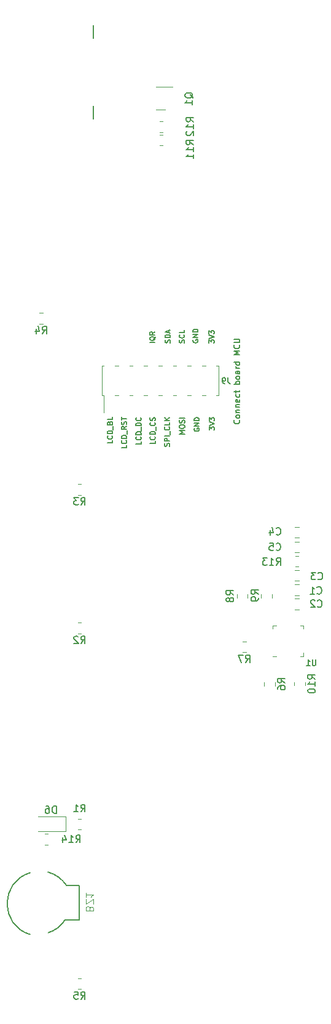
<source format=gbo>
%TF.GenerationSoftware,KiCad,Pcbnew,7.0.2*%
%TF.CreationDate,2023-05-22T14:24:39+07:00*%
%TF.ProjectId,ph_portable_refrigerator_display_hw_v2,70685f70-6f72-4746-9162-6c655f726566,rev?*%
%TF.SameCoordinates,Original*%
%TF.FileFunction,Legend,Bot*%
%TF.FilePolarity,Positive*%
%FSLAX46Y46*%
G04 Gerber Fmt 4.6, Leading zero omitted, Abs format (unit mm)*
G04 Created by KiCad (PCBNEW 7.0.2) date 2023-05-22 14:24:39*
%MOMM*%
%LPD*%
G01*
G04 APERTURE LIST*
%ADD10C,0.150000*%
%ADD11C,0.100000*%
%ADD12C,0.120000*%
G04 APERTURE END LIST*
D10*
X67900904Y-92952380D02*
X67939000Y-92990476D01*
X67939000Y-92990476D02*
X67977095Y-93104761D01*
X67977095Y-93104761D02*
X67977095Y-93180952D01*
X67977095Y-93180952D02*
X67939000Y-93295238D01*
X67939000Y-93295238D02*
X67862809Y-93371428D01*
X67862809Y-93371428D02*
X67786619Y-93409523D01*
X67786619Y-93409523D02*
X67634238Y-93447619D01*
X67634238Y-93447619D02*
X67519952Y-93447619D01*
X67519952Y-93447619D02*
X67367571Y-93409523D01*
X67367571Y-93409523D02*
X67291380Y-93371428D01*
X67291380Y-93371428D02*
X67215190Y-93295238D01*
X67215190Y-93295238D02*
X67177095Y-93180952D01*
X67177095Y-93180952D02*
X67177095Y-93104761D01*
X67177095Y-93104761D02*
X67215190Y-92990476D01*
X67215190Y-92990476D02*
X67253285Y-92952380D01*
X67977095Y-92495238D02*
X67939000Y-92571428D01*
X67939000Y-92571428D02*
X67900904Y-92609523D01*
X67900904Y-92609523D02*
X67824714Y-92647619D01*
X67824714Y-92647619D02*
X67596142Y-92647619D01*
X67596142Y-92647619D02*
X67519952Y-92609523D01*
X67519952Y-92609523D02*
X67481857Y-92571428D01*
X67481857Y-92571428D02*
X67443761Y-92495238D01*
X67443761Y-92495238D02*
X67443761Y-92380952D01*
X67443761Y-92380952D02*
X67481857Y-92304761D01*
X67481857Y-92304761D02*
X67519952Y-92266666D01*
X67519952Y-92266666D02*
X67596142Y-92228571D01*
X67596142Y-92228571D02*
X67824714Y-92228571D01*
X67824714Y-92228571D02*
X67900904Y-92266666D01*
X67900904Y-92266666D02*
X67939000Y-92304761D01*
X67939000Y-92304761D02*
X67977095Y-92380952D01*
X67977095Y-92380952D02*
X67977095Y-92495238D01*
X67443761Y-91885713D02*
X67977095Y-91885713D01*
X67519952Y-91885713D02*
X67481857Y-91847618D01*
X67481857Y-91847618D02*
X67443761Y-91771428D01*
X67443761Y-91771428D02*
X67443761Y-91657142D01*
X67443761Y-91657142D02*
X67481857Y-91580951D01*
X67481857Y-91580951D02*
X67558047Y-91542856D01*
X67558047Y-91542856D02*
X67977095Y-91542856D01*
X67443761Y-91161903D02*
X67977095Y-91161903D01*
X67519952Y-91161903D02*
X67481857Y-91123808D01*
X67481857Y-91123808D02*
X67443761Y-91047618D01*
X67443761Y-91047618D02*
X67443761Y-90933332D01*
X67443761Y-90933332D02*
X67481857Y-90857141D01*
X67481857Y-90857141D02*
X67558047Y-90819046D01*
X67558047Y-90819046D02*
X67977095Y-90819046D01*
X67939000Y-90133331D02*
X67977095Y-90209522D01*
X67977095Y-90209522D02*
X67977095Y-90361903D01*
X67977095Y-90361903D02*
X67939000Y-90438093D01*
X67939000Y-90438093D02*
X67862809Y-90476189D01*
X67862809Y-90476189D02*
X67558047Y-90476189D01*
X67558047Y-90476189D02*
X67481857Y-90438093D01*
X67481857Y-90438093D02*
X67443761Y-90361903D01*
X67443761Y-90361903D02*
X67443761Y-90209522D01*
X67443761Y-90209522D02*
X67481857Y-90133331D01*
X67481857Y-90133331D02*
X67558047Y-90095236D01*
X67558047Y-90095236D02*
X67634238Y-90095236D01*
X67634238Y-90095236D02*
X67710428Y-90476189D01*
X67939000Y-89409522D02*
X67977095Y-89485713D01*
X67977095Y-89485713D02*
X67977095Y-89638094D01*
X67977095Y-89638094D02*
X67939000Y-89714284D01*
X67939000Y-89714284D02*
X67900904Y-89752379D01*
X67900904Y-89752379D02*
X67824714Y-89790475D01*
X67824714Y-89790475D02*
X67596142Y-89790475D01*
X67596142Y-89790475D02*
X67519952Y-89752379D01*
X67519952Y-89752379D02*
X67481857Y-89714284D01*
X67481857Y-89714284D02*
X67443761Y-89638094D01*
X67443761Y-89638094D02*
X67443761Y-89485713D01*
X67443761Y-89485713D02*
X67481857Y-89409522D01*
X67443761Y-89180951D02*
X67443761Y-88876189D01*
X67177095Y-89066665D02*
X67862809Y-89066665D01*
X67862809Y-89066665D02*
X67939000Y-89028570D01*
X67939000Y-89028570D02*
X67977095Y-88952380D01*
X67977095Y-88952380D02*
X67977095Y-88876189D01*
X67977095Y-87999998D02*
X67177095Y-87999998D01*
X67481857Y-87999998D02*
X67443761Y-87923808D01*
X67443761Y-87923808D02*
X67443761Y-87771427D01*
X67443761Y-87771427D02*
X67481857Y-87695236D01*
X67481857Y-87695236D02*
X67519952Y-87657141D01*
X67519952Y-87657141D02*
X67596142Y-87619046D01*
X67596142Y-87619046D02*
X67824714Y-87619046D01*
X67824714Y-87619046D02*
X67900904Y-87657141D01*
X67900904Y-87657141D02*
X67939000Y-87695236D01*
X67939000Y-87695236D02*
X67977095Y-87771427D01*
X67977095Y-87771427D02*
X67977095Y-87923808D01*
X67977095Y-87923808D02*
X67939000Y-87999998D01*
X67977095Y-87161903D02*
X67939000Y-87238093D01*
X67939000Y-87238093D02*
X67900904Y-87276188D01*
X67900904Y-87276188D02*
X67824714Y-87314284D01*
X67824714Y-87314284D02*
X67596142Y-87314284D01*
X67596142Y-87314284D02*
X67519952Y-87276188D01*
X67519952Y-87276188D02*
X67481857Y-87238093D01*
X67481857Y-87238093D02*
X67443761Y-87161903D01*
X67443761Y-87161903D02*
X67443761Y-87047617D01*
X67443761Y-87047617D02*
X67481857Y-86971426D01*
X67481857Y-86971426D02*
X67519952Y-86933331D01*
X67519952Y-86933331D02*
X67596142Y-86895236D01*
X67596142Y-86895236D02*
X67824714Y-86895236D01*
X67824714Y-86895236D02*
X67900904Y-86933331D01*
X67900904Y-86933331D02*
X67939000Y-86971426D01*
X67939000Y-86971426D02*
X67977095Y-87047617D01*
X67977095Y-87047617D02*
X67977095Y-87161903D01*
X67977095Y-86209521D02*
X67558047Y-86209521D01*
X67558047Y-86209521D02*
X67481857Y-86247616D01*
X67481857Y-86247616D02*
X67443761Y-86323807D01*
X67443761Y-86323807D02*
X67443761Y-86476188D01*
X67443761Y-86476188D02*
X67481857Y-86552378D01*
X67939000Y-86209521D02*
X67977095Y-86285712D01*
X67977095Y-86285712D02*
X67977095Y-86476188D01*
X67977095Y-86476188D02*
X67939000Y-86552378D01*
X67939000Y-86552378D02*
X67862809Y-86590474D01*
X67862809Y-86590474D02*
X67786619Y-86590474D01*
X67786619Y-86590474D02*
X67710428Y-86552378D01*
X67710428Y-86552378D02*
X67672333Y-86476188D01*
X67672333Y-86476188D02*
X67672333Y-86285712D01*
X67672333Y-86285712D02*
X67634238Y-86209521D01*
X67977095Y-85828568D02*
X67443761Y-85828568D01*
X67596142Y-85828568D02*
X67519952Y-85790473D01*
X67519952Y-85790473D02*
X67481857Y-85752378D01*
X67481857Y-85752378D02*
X67443761Y-85676187D01*
X67443761Y-85676187D02*
X67443761Y-85599997D01*
X67977095Y-84990473D02*
X67177095Y-84990473D01*
X67939000Y-84990473D02*
X67977095Y-85066664D01*
X67977095Y-85066664D02*
X67977095Y-85219045D01*
X67977095Y-85219045D02*
X67939000Y-85295235D01*
X67939000Y-85295235D02*
X67900904Y-85333330D01*
X67900904Y-85333330D02*
X67824714Y-85371426D01*
X67824714Y-85371426D02*
X67596142Y-85371426D01*
X67596142Y-85371426D02*
X67519952Y-85333330D01*
X67519952Y-85333330D02*
X67481857Y-85295235D01*
X67481857Y-85295235D02*
X67443761Y-85219045D01*
X67443761Y-85219045D02*
X67443761Y-85066664D01*
X67443761Y-85066664D02*
X67481857Y-84990473D01*
X67977095Y-83999996D02*
X67177095Y-83999996D01*
X67177095Y-83999996D02*
X67748523Y-83733330D01*
X67748523Y-83733330D02*
X67177095Y-83466663D01*
X67177095Y-83466663D02*
X67977095Y-83466663D01*
X67900904Y-82628567D02*
X67939000Y-82666663D01*
X67939000Y-82666663D02*
X67977095Y-82780948D01*
X67977095Y-82780948D02*
X67977095Y-82857139D01*
X67977095Y-82857139D02*
X67939000Y-82971425D01*
X67939000Y-82971425D02*
X67862809Y-83047615D01*
X67862809Y-83047615D02*
X67786619Y-83085710D01*
X67786619Y-83085710D02*
X67634238Y-83123806D01*
X67634238Y-83123806D02*
X67519952Y-83123806D01*
X67519952Y-83123806D02*
X67367571Y-83085710D01*
X67367571Y-83085710D02*
X67291380Y-83047615D01*
X67291380Y-83047615D02*
X67215190Y-82971425D01*
X67215190Y-82971425D02*
X67177095Y-82857139D01*
X67177095Y-82857139D02*
X67177095Y-82780948D01*
X67177095Y-82780948D02*
X67215190Y-82666663D01*
X67215190Y-82666663D02*
X67253285Y-82628567D01*
X67177095Y-82285710D02*
X67824714Y-82285710D01*
X67824714Y-82285710D02*
X67900904Y-82247615D01*
X67900904Y-82247615D02*
X67939000Y-82209520D01*
X67939000Y-82209520D02*
X67977095Y-82133329D01*
X67977095Y-82133329D02*
X67977095Y-81980948D01*
X67977095Y-81980948D02*
X67939000Y-81904758D01*
X67939000Y-81904758D02*
X67900904Y-81866663D01*
X67900904Y-81866663D02*
X67824714Y-81828567D01*
X67824714Y-81828567D02*
X67177095Y-81828567D01*
X61547666Y-81916666D02*
X61514333Y-81983333D01*
X61514333Y-81983333D02*
X61514333Y-82083333D01*
X61514333Y-82083333D02*
X61547666Y-82183333D01*
X61547666Y-82183333D02*
X61614333Y-82250000D01*
X61614333Y-82250000D02*
X61681000Y-82283333D01*
X61681000Y-82283333D02*
X61814333Y-82316666D01*
X61814333Y-82316666D02*
X61914333Y-82316666D01*
X61914333Y-82316666D02*
X62047666Y-82283333D01*
X62047666Y-82283333D02*
X62114333Y-82250000D01*
X62114333Y-82250000D02*
X62181000Y-82183333D01*
X62181000Y-82183333D02*
X62214333Y-82083333D01*
X62214333Y-82083333D02*
X62214333Y-82016666D01*
X62214333Y-82016666D02*
X62181000Y-81916666D01*
X62181000Y-81916666D02*
X62147666Y-81883333D01*
X62147666Y-81883333D02*
X61914333Y-81883333D01*
X61914333Y-81883333D02*
X61914333Y-82016666D01*
X62214333Y-81583333D02*
X61514333Y-81583333D01*
X61514333Y-81583333D02*
X62214333Y-81183333D01*
X62214333Y-81183333D02*
X61514333Y-81183333D01*
X62214333Y-80850000D02*
X61514333Y-80850000D01*
X61514333Y-80850000D02*
X61514333Y-80683333D01*
X61514333Y-80683333D02*
X61547666Y-80583333D01*
X61547666Y-80583333D02*
X61614333Y-80516667D01*
X61614333Y-80516667D02*
X61681000Y-80483333D01*
X61681000Y-80483333D02*
X61814333Y-80450000D01*
X61814333Y-80450000D02*
X61914333Y-80450000D01*
X61914333Y-80450000D02*
X62047666Y-80483333D01*
X62047666Y-80483333D02*
X62114333Y-80516667D01*
X62114333Y-80516667D02*
X62181000Y-80583333D01*
X62181000Y-80583333D02*
X62214333Y-80683333D01*
X62214333Y-80683333D02*
X62214333Y-80850000D01*
X56264333Y-82283333D02*
X55564333Y-82283333D01*
X56331000Y-81483333D02*
X56297666Y-81550000D01*
X56297666Y-81550000D02*
X56231000Y-81616667D01*
X56231000Y-81616667D02*
X56131000Y-81716667D01*
X56131000Y-81716667D02*
X56097666Y-81783333D01*
X56097666Y-81783333D02*
X56097666Y-81850000D01*
X56264333Y-81816667D02*
X56231000Y-81883333D01*
X56231000Y-81883333D02*
X56164333Y-81950000D01*
X56164333Y-81950000D02*
X56031000Y-81983333D01*
X56031000Y-81983333D02*
X55797666Y-81983333D01*
X55797666Y-81983333D02*
X55664333Y-81950000D01*
X55664333Y-81950000D02*
X55597666Y-81883333D01*
X55597666Y-81883333D02*
X55564333Y-81816667D01*
X55564333Y-81816667D02*
X55564333Y-81683333D01*
X55564333Y-81683333D02*
X55597666Y-81616667D01*
X55597666Y-81616667D02*
X55664333Y-81550000D01*
X55664333Y-81550000D02*
X55797666Y-81516667D01*
X55797666Y-81516667D02*
X56031000Y-81516667D01*
X56031000Y-81516667D02*
X56164333Y-81550000D01*
X56164333Y-81550000D02*
X56231000Y-81616667D01*
X56231000Y-81616667D02*
X56264333Y-81683333D01*
X56264333Y-81683333D02*
X56264333Y-81816667D01*
X56264333Y-80816667D02*
X55931000Y-81050000D01*
X56264333Y-81216667D02*
X55564333Y-81216667D01*
X55564333Y-81216667D02*
X55564333Y-80950000D01*
X55564333Y-80950000D02*
X55597666Y-80883334D01*
X55597666Y-80883334D02*
X55631000Y-80850000D01*
X55631000Y-80850000D02*
X55697666Y-80816667D01*
X55697666Y-80816667D02*
X55797666Y-80816667D01*
X55797666Y-80816667D02*
X55864333Y-80850000D01*
X55864333Y-80850000D02*
X55897666Y-80883334D01*
X55897666Y-80883334D02*
X55931000Y-80950000D01*
X55931000Y-80950000D02*
X55931000Y-81216667D01*
X58356000Y-82316666D02*
X58389333Y-82216666D01*
X58389333Y-82216666D02*
X58389333Y-82050000D01*
X58389333Y-82050000D02*
X58356000Y-81983333D01*
X58356000Y-81983333D02*
X58322666Y-81950000D01*
X58322666Y-81950000D02*
X58256000Y-81916666D01*
X58256000Y-81916666D02*
X58189333Y-81916666D01*
X58189333Y-81916666D02*
X58122666Y-81950000D01*
X58122666Y-81950000D02*
X58089333Y-81983333D01*
X58089333Y-81983333D02*
X58056000Y-82050000D01*
X58056000Y-82050000D02*
X58022666Y-82183333D01*
X58022666Y-82183333D02*
X57989333Y-82250000D01*
X57989333Y-82250000D02*
X57956000Y-82283333D01*
X57956000Y-82283333D02*
X57889333Y-82316666D01*
X57889333Y-82316666D02*
X57822666Y-82316666D01*
X57822666Y-82316666D02*
X57756000Y-82283333D01*
X57756000Y-82283333D02*
X57722666Y-82250000D01*
X57722666Y-82250000D02*
X57689333Y-82183333D01*
X57689333Y-82183333D02*
X57689333Y-82016666D01*
X57689333Y-82016666D02*
X57722666Y-81916666D01*
X58389333Y-81616666D02*
X57689333Y-81616666D01*
X57689333Y-81616666D02*
X57689333Y-81449999D01*
X57689333Y-81449999D02*
X57722666Y-81349999D01*
X57722666Y-81349999D02*
X57789333Y-81283333D01*
X57789333Y-81283333D02*
X57856000Y-81249999D01*
X57856000Y-81249999D02*
X57989333Y-81216666D01*
X57989333Y-81216666D02*
X58089333Y-81216666D01*
X58089333Y-81216666D02*
X58222666Y-81249999D01*
X58222666Y-81249999D02*
X58289333Y-81283333D01*
X58289333Y-81283333D02*
X58356000Y-81349999D01*
X58356000Y-81349999D02*
X58389333Y-81449999D01*
X58389333Y-81449999D02*
X58389333Y-81616666D01*
X58189333Y-80949999D02*
X58189333Y-80616666D01*
X58389333Y-81016666D02*
X57689333Y-80783333D01*
X57689333Y-80783333D02*
X58389333Y-80549999D01*
X63739333Y-82350000D02*
X63739333Y-81916666D01*
X63739333Y-81916666D02*
X64006000Y-82150000D01*
X64006000Y-82150000D02*
X64006000Y-82050000D01*
X64006000Y-82050000D02*
X64039333Y-81983333D01*
X64039333Y-81983333D02*
X64072666Y-81950000D01*
X64072666Y-81950000D02*
X64139333Y-81916666D01*
X64139333Y-81916666D02*
X64306000Y-81916666D01*
X64306000Y-81916666D02*
X64372666Y-81950000D01*
X64372666Y-81950000D02*
X64406000Y-81983333D01*
X64406000Y-81983333D02*
X64439333Y-82050000D01*
X64439333Y-82050000D02*
X64439333Y-82250000D01*
X64439333Y-82250000D02*
X64406000Y-82316666D01*
X64406000Y-82316666D02*
X64372666Y-82350000D01*
X63739333Y-81716666D02*
X64439333Y-81483333D01*
X64439333Y-81483333D02*
X63739333Y-81249999D01*
X63739333Y-81083333D02*
X63739333Y-80649999D01*
X63739333Y-80649999D02*
X64006000Y-80883333D01*
X64006000Y-80883333D02*
X64006000Y-80783333D01*
X64006000Y-80783333D02*
X64039333Y-80716666D01*
X64039333Y-80716666D02*
X64072666Y-80683333D01*
X64072666Y-80683333D02*
X64139333Y-80649999D01*
X64139333Y-80649999D02*
X64306000Y-80649999D01*
X64306000Y-80649999D02*
X64372666Y-80683333D01*
X64372666Y-80683333D02*
X64406000Y-80716666D01*
X64406000Y-80716666D02*
X64439333Y-80783333D01*
X64439333Y-80783333D02*
X64439333Y-80983333D01*
X64439333Y-80983333D02*
X64406000Y-81049999D01*
X64406000Y-81049999D02*
X64372666Y-81083333D01*
X60306000Y-82316666D02*
X60339333Y-82216666D01*
X60339333Y-82216666D02*
X60339333Y-82050000D01*
X60339333Y-82050000D02*
X60306000Y-81983333D01*
X60306000Y-81983333D02*
X60272666Y-81950000D01*
X60272666Y-81950000D02*
X60206000Y-81916666D01*
X60206000Y-81916666D02*
X60139333Y-81916666D01*
X60139333Y-81916666D02*
X60072666Y-81950000D01*
X60072666Y-81950000D02*
X60039333Y-81983333D01*
X60039333Y-81983333D02*
X60006000Y-82050000D01*
X60006000Y-82050000D02*
X59972666Y-82183333D01*
X59972666Y-82183333D02*
X59939333Y-82250000D01*
X59939333Y-82250000D02*
X59906000Y-82283333D01*
X59906000Y-82283333D02*
X59839333Y-82316666D01*
X59839333Y-82316666D02*
X59772666Y-82316666D01*
X59772666Y-82316666D02*
X59706000Y-82283333D01*
X59706000Y-82283333D02*
X59672666Y-82250000D01*
X59672666Y-82250000D02*
X59639333Y-82183333D01*
X59639333Y-82183333D02*
X59639333Y-82016666D01*
X59639333Y-82016666D02*
X59672666Y-81916666D01*
X60272666Y-81216666D02*
X60306000Y-81249999D01*
X60306000Y-81249999D02*
X60339333Y-81349999D01*
X60339333Y-81349999D02*
X60339333Y-81416666D01*
X60339333Y-81416666D02*
X60306000Y-81516666D01*
X60306000Y-81516666D02*
X60239333Y-81583333D01*
X60239333Y-81583333D02*
X60172666Y-81616666D01*
X60172666Y-81616666D02*
X60039333Y-81649999D01*
X60039333Y-81649999D02*
X59939333Y-81649999D01*
X59939333Y-81649999D02*
X59806000Y-81616666D01*
X59806000Y-81616666D02*
X59739333Y-81583333D01*
X59739333Y-81583333D02*
X59672666Y-81516666D01*
X59672666Y-81516666D02*
X59639333Y-81416666D01*
X59639333Y-81416666D02*
X59639333Y-81349999D01*
X59639333Y-81349999D02*
X59672666Y-81249999D01*
X59672666Y-81249999D02*
X59706000Y-81216666D01*
X60339333Y-80583333D02*
X60339333Y-80916666D01*
X60339333Y-80916666D02*
X59639333Y-80916666D01*
X54364333Y-95883333D02*
X54364333Y-96216666D01*
X54364333Y-96216666D02*
X53664333Y-96216666D01*
X54297666Y-95249999D02*
X54331000Y-95283332D01*
X54331000Y-95283332D02*
X54364333Y-95383332D01*
X54364333Y-95383332D02*
X54364333Y-95449999D01*
X54364333Y-95449999D02*
X54331000Y-95549999D01*
X54331000Y-95549999D02*
X54264333Y-95616666D01*
X54264333Y-95616666D02*
X54197666Y-95649999D01*
X54197666Y-95649999D02*
X54064333Y-95683332D01*
X54064333Y-95683332D02*
X53964333Y-95683332D01*
X53964333Y-95683332D02*
X53831000Y-95649999D01*
X53831000Y-95649999D02*
X53764333Y-95616666D01*
X53764333Y-95616666D02*
X53697666Y-95549999D01*
X53697666Y-95549999D02*
X53664333Y-95449999D01*
X53664333Y-95449999D02*
X53664333Y-95383332D01*
X53664333Y-95383332D02*
X53697666Y-95283332D01*
X53697666Y-95283332D02*
X53731000Y-95249999D01*
X54364333Y-94949999D02*
X53664333Y-94949999D01*
X53664333Y-94949999D02*
X53664333Y-94783332D01*
X53664333Y-94783332D02*
X53697666Y-94683332D01*
X53697666Y-94683332D02*
X53764333Y-94616666D01*
X53764333Y-94616666D02*
X53831000Y-94583332D01*
X53831000Y-94583332D02*
X53964333Y-94549999D01*
X53964333Y-94549999D02*
X54064333Y-94549999D01*
X54064333Y-94549999D02*
X54197666Y-94583332D01*
X54197666Y-94583332D02*
X54264333Y-94616666D01*
X54264333Y-94616666D02*
X54331000Y-94683332D01*
X54331000Y-94683332D02*
X54364333Y-94783332D01*
X54364333Y-94783332D02*
X54364333Y-94949999D01*
X54431000Y-94416666D02*
X54431000Y-93883332D01*
X54364333Y-93716666D02*
X53664333Y-93716666D01*
X53664333Y-93716666D02*
X53664333Y-93549999D01*
X53664333Y-93549999D02*
X53697666Y-93449999D01*
X53697666Y-93449999D02*
X53764333Y-93383333D01*
X53764333Y-93383333D02*
X53831000Y-93349999D01*
X53831000Y-93349999D02*
X53964333Y-93316666D01*
X53964333Y-93316666D02*
X54064333Y-93316666D01*
X54064333Y-93316666D02*
X54197666Y-93349999D01*
X54197666Y-93349999D02*
X54264333Y-93383333D01*
X54264333Y-93383333D02*
X54331000Y-93449999D01*
X54331000Y-93449999D02*
X54364333Y-93549999D01*
X54364333Y-93549999D02*
X54364333Y-93716666D01*
X54297666Y-92616666D02*
X54331000Y-92649999D01*
X54331000Y-92649999D02*
X54364333Y-92749999D01*
X54364333Y-92749999D02*
X54364333Y-92816666D01*
X54364333Y-92816666D02*
X54331000Y-92916666D01*
X54331000Y-92916666D02*
X54264333Y-92983333D01*
X54264333Y-92983333D02*
X54197666Y-93016666D01*
X54197666Y-93016666D02*
X54064333Y-93049999D01*
X54064333Y-93049999D02*
X53964333Y-93049999D01*
X53964333Y-93049999D02*
X53831000Y-93016666D01*
X53831000Y-93016666D02*
X53764333Y-92983333D01*
X53764333Y-92983333D02*
X53697666Y-92916666D01*
X53697666Y-92916666D02*
X53664333Y-92816666D01*
X53664333Y-92816666D02*
X53664333Y-92749999D01*
X53664333Y-92749999D02*
X53697666Y-92649999D01*
X53697666Y-92649999D02*
X53731000Y-92616666D01*
X56314333Y-95850000D02*
X56314333Y-96183333D01*
X56314333Y-96183333D02*
X55614333Y-96183333D01*
X56247666Y-95216666D02*
X56281000Y-95249999D01*
X56281000Y-95249999D02*
X56314333Y-95349999D01*
X56314333Y-95349999D02*
X56314333Y-95416666D01*
X56314333Y-95416666D02*
X56281000Y-95516666D01*
X56281000Y-95516666D02*
X56214333Y-95583333D01*
X56214333Y-95583333D02*
X56147666Y-95616666D01*
X56147666Y-95616666D02*
X56014333Y-95649999D01*
X56014333Y-95649999D02*
X55914333Y-95649999D01*
X55914333Y-95649999D02*
X55781000Y-95616666D01*
X55781000Y-95616666D02*
X55714333Y-95583333D01*
X55714333Y-95583333D02*
X55647666Y-95516666D01*
X55647666Y-95516666D02*
X55614333Y-95416666D01*
X55614333Y-95416666D02*
X55614333Y-95349999D01*
X55614333Y-95349999D02*
X55647666Y-95249999D01*
X55647666Y-95249999D02*
X55681000Y-95216666D01*
X56314333Y-94916666D02*
X55614333Y-94916666D01*
X55614333Y-94916666D02*
X55614333Y-94749999D01*
X55614333Y-94749999D02*
X55647666Y-94649999D01*
X55647666Y-94649999D02*
X55714333Y-94583333D01*
X55714333Y-94583333D02*
X55781000Y-94549999D01*
X55781000Y-94549999D02*
X55914333Y-94516666D01*
X55914333Y-94516666D02*
X56014333Y-94516666D01*
X56014333Y-94516666D02*
X56147666Y-94549999D01*
X56147666Y-94549999D02*
X56214333Y-94583333D01*
X56214333Y-94583333D02*
X56281000Y-94649999D01*
X56281000Y-94649999D02*
X56314333Y-94749999D01*
X56314333Y-94749999D02*
X56314333Y-94916666D01*
X56381000Y-94383333D02*
X56381000Y-93849999D01*
X56247666Y-93283333D02*
X56281000Y-93316666D01*
X56281000Y-93316666D02*
X56314333Y-93416666D01*
X56314333Y-93416666D02*
X56314333Y-93483333D01*
X56314333Y-93483333D02*
X56281000Y-93583333D01*
X56281000Y-93583333D02*
X56214333Y-93650000D01*
X56214333Y-93650000D02*
X56147666Y-93683333D01*
X56147666Y-93683333D02*
X56014333Y-93716666D01*
X56014333Y-93716666D02*
X55914333Y-93716666D01*
X55914333Y-93716666D02*
X55781000Y-93683333D01*
X55781000Y-93683333D02*
X55714333Y-93650000D01*
X55714333Y-93650000D02*
X55647666Y-93583333D01*
X55647666Y-93583333D02*
X55614333Y-93483333D01*
X55614333Y-93483333D02*
X55614333Y-93416666D01*
X55614333Y-93416666D02*
X55647666Y-93316666D01*
X55647666Y-93316666D02*
X55681000Y-93283333D01*
X56281000Y-93016666D02*
X56314333Y-92916666D01*
X56314333Y-92916666D02*
X56314333Y-92750000D01*
X56314333Y-92750000D02*
X56281000Y-92683333D01*
X56281000Y-92683333D02*
X56247666Y-92650000D01*
X56247666Y-92650000D02*
X56181000Y-92616666D01*
X56181000Y-92616666D02*
X56114333Y-92616666D01*
X56114333Y-92616666D02*
X56047666Y-92650000D01*
X56047666Y-92650000D02*
X56014333Y-92683333D01*
X56014333Y-92683333D02*
X55981000Y-92750000D01*
X55981000Y-92750000D02*
X55947666Y-92883333D01*
X55947666Y-92883333D02*
X55914333Y-92950000D01*
X55914333Y-92950000D02*
X55881000Y-92983333D01*
X55881000Y-92983333D02*
X55814333Y-93016666D01*
X55814333Y-93016666D02*
X55747666Y-93016666D01*
X55747666Y-93016666D02*
X55681000Y-92983333D01*
X55681000Y-92983333D02*
X55647666Y-92950000D01*
X55647666Y-92950000D02*
X55614333Y-92883333D01*
X55614333Y-92883333D02*
X55614333Y-92716666D01*
X55614333Y-92716666D02*
X55647666Y-92616666D01*
X50414333Y-95750000D02*
X50414333Y-96083333D01*
X50414333Y-96083333D02*
X49714333Y-96083333D01*
X50347666Y-95116666D02*
X50381000Y-95149999D01*
X50381000Y-95149999D02*
X50414333Y-95249999D01*
X50414333Y-95249999D02*
X50414333Y-95316666D01*
X50414333Y-95316666D02*
X50381000Y-95416666D01*
X50381000Y-95416666D02*
X50314333Y-95483333D01*
X50314333Y-95483333D02*
X50247666Y-95516666D01*
X50247666Y-95516666D02*
X50114333Y-95549999D01*
X50114333Y-95549999D02*
X50014333Y-95549999D01*
X50014333Y-95549999D02*
X49881000Y-95516666D01*
X49881000Y-95516666D02*
X49814333Y-95483333D01*
X49814333Y-95483333D02*
X49747666Y-95416666D01*
X49747666Y-95416666D02*
X49714333Y-95316666D01*
X49714333Y-95316666D02*
X49714333Y-95249999D01*
X49714333Y-95249999D02*
X49747666Y-95149999D01*
X49747666Y-95149999D02*
X49781000Y-95116666D01*
X50414333Y-94816666D02*
X49714333Y-94816666D01*
X49714333Y-94816666D02*
X49714333Y-94649999D01*
X49714333Y-94649999D02*
X49747666Y-94549999D01*
X49747666Y-94549999D02*
X49814333Y-94483333D01*
X49814333Y-94483333D02*
X49881000Y-94449999D01*
X49881000Y-94449999D02*
X50014333Y-94416666D01*
X50014333Y-94416666D02*
X50114333Y-94416666D01*
X50114333Y-94416666D02*
X50247666Y-94449999D01*
X50247666Y-94449999D02*
X50314333Y-94483333D01*
X50314333Y-94483333D02*
X50381000Y-94549999D01*
X50381000Y-94549999D02*
X50414333Y-94649999D01*
X50414333Y-94649999D02*
X50414333Y-94816666D01*
X50481000Y-94283333D02*
X50481000Y-93749999D01*
X50047666Y-93350000D02*
X50081000Y-93250000D01*
X50081000Y-93250000D02*
X50114333Y-93216666D01*
X50114333Y-93216666D02*
X50181000Y-93183333D01*
X50181000Y-93183333D02*
X50281000Y-93183333D01*
X50281000Y-93183333D02*
X50347666Y-93216666D01*
X50347666Y-93216666D02*
X50381000Y-93250000D01*
X50381000Y-93250000D02*
X50414333Y-93316666D01*
X50414333Y-93316666D02*
X50414333Y-93583333D01*
X50414333Y-93583333D02*
X49714333Y-93583333D01*
X49714333Y-93583333D02*
X49714333Y-93350000D01*
X49714333Y-93350000D02*
X49747666Y-93283333D01*
X49747666Y-93283333D02*
X49781000Y-93250000D01*
X49781000Y-93250000D02*
X49847666Y-93216666D01*
X49847666Y-93216666D02*
X49914333Y-93216666D01*
X49914333Y-93216666D02*
X49981000Y-93250000D01*
X49981000Y-93250000D02*
X50014333Y-93283333D01*
X50014333Y-93283333D02*
X50047666Y-93350000D01*
X50047666Y-93350000D02*
X50047666Y-93583333D01*
X50414333Y-92550000D02*
X50414333Y-92883333D01*
X50414333Y-92883333D02*
X49714333Y-92883333D01*
X52364333Y-96383333D02*
X52364333Y-96716666D01*
X52364333Y-96716666D02*
X51664333Y-96716666D01*
X52297666Y-95749999D02*
X52331000Y-95783332D01*
X52331000Y-95783332D02*
X52364333Y-95883332D01*
X52364333Y-95883332D02*
X52364333Y-95949999D01*
X52364333Y-95949999D02*
X52331000Y-96049999D01*
X52331000Y-96049999D02*
X52264333Y-96116666D01*
X52264333Y-96116666D02*
X52197666Y-96149999D01*
X52197666Y-96149999D02*
X52064333Y-96183332D01*
X52064333Y-96183332D02*
X51964333Y-96183332D01*
X51964333Y-96183332D02*
X51831000Y-96149999D01*
X51831000Y-96149999D02*
X51764333Y-96116666D01*
X51764333Y-96116666D02*
X51697666Y-96049999D01*
X51697666Y-96049999D02*
X51664333Y-95949999D01*
X51664333Y-95949999D02*
X51664333Y-95883332D01*
X51664333Y-95883332D02*
X51697666Y-95783332D01*
X51697666Y-95783332D02*
X51731000Y-95749999D01*
X52364333Y-95449999D02*
X51664333Y-95449999D01*
X51664333Y-95449999D02*
X51664333Y-95283332D01*
X51664333Y-95283332D02*
X51697666Y-95183332D01*
X51697666Y-95183332D02*
X51764333Y-95116666D01*
X51764333Y-95116666D02*
X51831000Y-95083332D01*
X51831000Y-95083332D02*
X51964333Y-95049999D01*
X51964333Y-95049999D02*
X52064333Y-95049999D01*
X52064333Y-95049999D02*
X52197666Y-95083332D01*
X52197666Y-95083332D02*
X52264333Y-95116666D01*
X52264333Y-95116666D02*
X52331000Y-95183332D01*
X52331000Y-95183332D02*
X52364333Y-95283332D01*
X52364333Y-95283332D02*
X52364333Y-95449999D01*
X52431000Y-94916666D02*
X52431000Y-94383332D01*
X52364333Y-93816666D02*
X52031000Y-94049999D01*
X52364333Y-94216666D02*
X51664333Y-94216666D01*
X51664333Y-94216666D02*
X51664333Y-93949999D01*
X51664333Y-93949999D02*
X51697666Y-93883333D01*
X51697666Y-93883333D02*
X51731000Y-93849999D01*
X51731000Y-93849999D02*
X51797666Y-93816666D01*
X51797666Y-93816666D02*
X51897666Y-93816666D01*
X51897666Y-93816666D02*
X51964333Y-93849999D01*
X51964333Y-93849999D02*
X51997666Y-93883333D01*
X51997666Y-93883333D02*
X52031000Y-93949999D01*
X52031000Y-93949999D02*
X52031000Y-94216666D01*
X52331000Y-93549999D02*
X52364333Y-93449999D01*
X52364333Y-93449999D02*
X52364333Y-93283333D01*
X52364333Y-93283333D02*
X52331000Y-93216666D01*
X52331000Y-93216666D02*
X52297666Y-93183333D01*
X52297666Y-93183333D02*
X52231000Y-93149999D01*
X52231000Y-93149999D02*
X52164333Y-93149999D01*
X52164333Y-93149999D02*
X52097666Y-93183333D01*
X52097666Y-93183333D02*
X52064333Y-93216666D01*
X52064333Y-93216666D02*
X52031000Y-93283333D01*
X52031000Y-93283333D02*
X51997666Y-93416666D01*
X51997666Y-93416666D02*
X51964333Y-93483333D01*
X51964333Y-93483333D02*
X51931000Y-93516666D01*
X51931000Y-93516666D02*
X51864333Y-93549999D01*
X51864333Y-93549999D02*
X51797666Y-93549999D01*
X51797666Y-93549999D02*
X51731000Y-93516666D01*
X51731000Y-93516666D02*
X51697666Y-93483333D01*
X51697666Y-93483333D02*
X51664333Y-93416666D01*
X51664333Y-93416666D02*
X51664333Y-93249999D01*
X51664333Y-93249999D02*
X51697666Y-93149999D01*
X51664333Y-92949999D02*
X51664333Y-92549999D01*
X52364333Y-92749999D02*
X51664333Y-92749999D01*
X61722666Y-94083332D02*
X61689333Y-94149999D01*
X61689333Y-94149999D02*
X61689333Y-94249999D01*
X61689333Y-94249999D02*
X61722666Y-94349999D01*
X61722666Y-94349999D02*
X61789333Y-94416666D01*
X61789333Y-94416666D02*
X61856000Y-94449999D01*
X61856000Y-94449999D02*
X61989333Y-94483332D01*
X61989333Y-94483332D02*
X62089333Y-94483332D01*
X62089333Y-94483332D02*
X62222666Y-94449999D01*
X62222666Y-94449999D02*
X62289333Y-94416666D01*
X62289333Y-94416666D02*
X62356000Y-94349999D01*
X62356000Y-94349999D02*
X62389333Y-94249999D01*
X62389333Y-94249999D02*
X62389333Y-94183332D01*
X62389333Y-94183332D02*
X62356000Y-94083332D01*
X62356000Y-94083332D02*
X62322666Y-94049999D01*
X62322666Y-94049999D02*
X62089333Y-94049999D01*
X62089333Y-94049999D02*
X62089333Y-94183332D01*
X62389333Y-93749999D02*
X61689333Y-93749999D01*
X61689333Y-93749999D02*
X62389333Y-93349999D01*
X62389333Y-93349999D02*
X61689333Y-93349999D01*
X62389333Y-93016666D02*
X61689333Y-93016666D01*
X61689333Y-93016666D02*
X61689333Y-92849999D01*
X61689333Y-92849999D02*
X61722666Y-92749999D01*
X61722666Y-92749999D02*
X61789333Y-92683333D01*
X61789333Y-92683333D02*
X61856000Y-92649999D01*
X61856000Y-92649999D02*
X61989333Y-92616666D01*
X61989333Y-92616666D02*
X62089333Y-92616666D01*
X62089333Y-92616666D02*
X62222666Y-92649999D01*
X62222666Y-92649999D02*
X62289333Y-92683333D01*
X62289333Y-92683333D02*
X62356000Y-92749999D01*
X62356000Y-92749999D02*
X62389333Y-92849999D01*
X62389333Y-92849999D02*
X62389333Y-93016666D01*
X63789333Y-94316667D02*
X63789333Y-93883333D01*
X63789333Y-93883333D02*
X64056000Y-94116667D01*
X64056000Y-94116667D02*
X64056000Y-94016667D01*
X64056000Y-94016667D02*
X64089333Y-93950000D01*
X64089333Y-93950000D02*
X64122666Y-93916667D01*
X64122666Y-93916667D02*
X64189333Y-93883333D01*
X64189333Y-93883333D02*
X64356000Y-93883333D01*
X64356000Y-93883333D02*
X64422666Y-93916667D01*
X64422666Y-93916667D02*
X64456000Y-93950000D01*
X64456000Y-93950000D02*
X64489333Y-94016667D01*
X64489333Y-94016667D02*
X64489333Y-94216667D01*
X64489333Y-94216667D02*
X64456000Y-94283333D01*
X64456000Y-94283333D02*
X64422666Y-94316667D01*
X63789333Y-93683333D02*
X64489333Y-93450000D01*
X64489333Y-93450000D02*
X63789333Y-93216666D01*
X63789333Y-93050000D02*
X63789333Y-92616666D01*
X63789333Y-92616666D02*
X64056000Y-92850000D01*
X64056000Y-92850000D02*
X64056000Y-92750000D01*
X64056000Y-92750000D02*
X64089333Y-92683333D01*
X64089333Y-92683333D02*
X64122666Y-92650000D01*
X64122666Y-92650000D02*
X64189333Y-92616666D01*
X64189333Y-92616666D02*
X64356000Y-92616666D01*
X64356000Y-92616666D02*
X64422666Y-92650000D01*
X64422666Y-92650000D02*
X64456000Y-92683333D01*
X64456000Y-92683333D02*
X64489333Y-92750000D01*
X64489333Y-92750000D02*
X64489333Y-92950000D01*
X64489333Y-92950000D02*
X64456000Y-93016666D01*
X64456000Y-93016666D02*
X64422666Y-93050000D01*
X60364333Y-94849999D02*
X59664333Y-94849999D01*
X59664333Y-94849999D02*
X60164333Y-94616666D01*
X60164333Y-94616666D02*
X59664333Y-94383332D01*
X59664333Y-94383332D02*
X60364333Y-94383332D01*
X59664333Y-93916666D02*
X59664333Y-93783332D01*
X59664333Y-93783332D02*
X59697666Y-93716666D01*
X59697666Y-93716666D02*
X59764333Y-93649999D01*
X59764333Y-93649999D02*
X59897666Y-93616666D01*
X59897666Y-93616666D02*
X60131000Y-93616666D01*
X60131000Y-93616666D02*
X60264333Y-93649999D01*
X60264333Y-93649999D02*
X60331000Y-93716666D01*
X60331000Y-93716666D02*
X60364333Y-93783332D01*
X60364333Y-93783332D02*
X60364333Y-93916666D01*
X60364333Y-93916666D02*
X60331000Y-93983332D01*
X60331000Y-93983332D02*
X60264333Y-94049999D01*
X60264333Y-94049999D02*
X60131000Y-94083332D01*
X60131000Y-94083332D02*
X59897666Y-94083332D01*
X59897666Y-94083332D02*
X59764333Y-94049999D01*
X59764333Y-94049999D02*
X59697666Y-93983332D01*
X59697666Y-93983332D02*
X59664333Y-93916666D01*
X60331000Y-93349999D02*
X60364333Y-93249999D01*
X60364333Y-93249999D02*
X60364333Y-93083333D01*
X60364333Y-93083333D02*
X60331000Y-93016666D01*
X60331000Y-93016666D02*
X60297666Y-92983333D01*
X60297666Y-92983333D02*
X60231000Y-92949999D01*
X60231000Y-92949999D02*
X60164333Y-92949999D01*
X60164333Y-92949999D02*
X60097666Y-92983333D01*
X60097666Y-92983333D02*
X60064333Y-93016666D01*
X60064333Y-93016666D02*
X60031000Y-93083333D01*
X60031000Y-93083333D02*
X59997666Y-93216666D01*
X59997666Y-93216666D02*
X59964333Y-93283333D01*
X59964333Y-93283333D02*
X59931000Y-93316666D01*
X59931000Y-93316666D02*
X59864333Y-93349999D01*
X59864333Y-93349999D02*
X59797666Y-93349999D01*
X59797666Y-93349999D02*
X59731000Y-93316666D01*
X59731000Y-93316666D02*
X59697666Y-93283333D01*
X59697666Y-93283333D02*
X59664333Y-93216666D01*
X59664333Y-93216666D02*
X59664333Y-93049999D01*
X59664333Y-93049999D02*
X59697666Y-92949999D01*
X60364333Y-92649999D02*
X59664333Y-92649999D01*
X58256000Y-96549999D02*
X58289333Y-96449999D01*
X58289333Y-96449999D02*
X58289333Y-96283333D01*
X58289333Y-96283333D02*
X58256000Y-96216666D01*
X58256000Y-96216666D02*
X58222666Y-96183333D01*
X58222666Y-96183333D02*
X58156000Y-96149999D01*
X58156000Y-96149999D02*
X58089333Y-96149999D01*
X58089333Y-96149999D02*
X58022666Y-96183333D01*
X58022666Y-96183333D02*
X57989333Y-96216666D01*
X57989333Y-96216666D02*
X57956000Y-96283333D01*
X57956000Y-96283333D02*
X57922666Y-96416666D01*
X57922666Y-96416666D02*
X57889333Y-96483333D01*
X57889333Y-96483333D02*
X57856000Y-96516666D01*
X57856000Y-96516666D02*
X57789333Y-96549999D01*
X57789333Y-96549999D02*
X57722666Y-96549999D01*
X57722666Y-96549999D02*
X57656000Y-96516666D01*
X57656000Y-96516666D02*
X57622666Y-96483333D01*
X57622666Y-96483333D02*
X57589333Y-96416666D01*
X57589333Y-96416666D02*
X57589333Y-96249999D01*
X57589333Y-96249999D02*
X57622666Y-96149999D01*
X58289333Y-95849999D02*
X57589333Y-95849999D01*
X57589333Y-95849999D02*
X57589333Y-95583332D01*
X57589333Y-95583332D02*
X57622666Y-95516666D01*
X57622666Y-95516666D02*
X57656000Y-95483332D01*
X57656000Y-95483332D02*
X57722666Y-95449999D01*
X57722666Y-95449999D02*
X57822666Y-95449999D01*
X57822666Y-95449999D02*
X57889333Y-95483332D01*
X57889333Y-95483332D02*
X57922666Y-95516666D01*
X57922666Y-95516666D02*
X57956000Y-95583332D01*
X57956000Y-95583332D02*
X57956000Y-95849999D01*
X58289333Y-95149999D02*
X57589333Y-95149999D01*
X58356000Y-94983333D02*
X58356000Y-94449999D01*
X58222666Y-93883333D02*
X58256000Y-93916666D01*
X58256000Y-93916666D02*
X58289333Y-94016666D01*
X58289333Y-94016666D02*
X58289333Y-94083333D01*
X58289333Y-94083333D02*
X58256000Y-94183333D01*
X58256000Y-94183333D02*
X58189333Y-94250000D01*
X58189333Y-94250000D02*
X58122666Y-94283333D01*
X58122666Y-94283333D02*
X57989333Y-94316666D01*
X57989333Y-94316666D02*
X57889333Y-94316666D01*
X57889333Y-94316666D02*
X57756000Y-94283333D01*
X57756000Y-94283333D02*
X57689333Y-94250000D01*
X57689333Y-94250000D02*
X57622666Y-94183333D01*
X57622666Y-94183333D02*
X57589333Y-94083333D01*
X57589333Y-94083333D02*
X57589333Y-94016666D01*
X57589333Y-94016666D02*
X57622666Y-93916666D01*
X57622666Y-93916666D02*
X57656000Y-93883333D01*
X58289333Y-93250000D02*
X58289333Y-93583333D01*
X58289333Y-93583333D02*
X57589333Y-93583333D01*
X58289333Y-93016666D02*
X57589333Y-93016666D01*
X58289333Y-92616666D02*
X57889333Y-92916666D01*
X57589333Y-92616666D02*
X57989333Y-93016666D01*
X47825000Y-51537500D02*
X47825000Y-49762500D01*
X47825000Y-40400000D02*
X47825000Y-38625000D01*
D11*
%TO.C,BZ1*%
X47286190Y-160080952D02*
X47238571Y-159938095D01*
X47238571Y-159938095D02*
X47190952Y-159890476D01*
X47190952Y-159890476D02*
X47095714Y-159842857D01*
X47095714Y-159842857D02*
X46952857Y-159842857D01*
X46952857Y-159842857D02*
X46857619Y-159890476D01*
X46857619Y-159890476D02*
X46810000Y-159938095D01*
X46810000Y-159938095D02*
X46762380Y-160033333D01*
X46762380Y-160033333D02*
X46762380Y-160414285D01*
X46762380Y-160414285D02*
X47762380Y-160414285D01*
X47762380Y-160414285D02*
X47762380Y-160080952D01*
X47762380Y-160080952D02*
X47714761Y-159985714D01*
X47714761Y-159985714D02*
X47667142Y-159938095D01*
X47667142Y-159938095D02*
X47571904Y-159890476D01*
X47571904Y-159890476D02*
X47476666Y-159890476D01*
X47476666Y-159890476D02*
X47381428Y-159938095D01*
X47381428Y-159938095D02*
X47333809Y-159985714D01*
X47333809Y-159985714D02*
X47286190Y-160080952D01*
X47286190Y-160080952D02*
X47286190Y-160414285D01*
X47762380Y-159509523D02*
X47762380Y-158842857D01*
X47762380Y-158842857D02*
X46762380Y-159509523D01*
X46762380Y-159509523D02*
X46762380Y-158842857D01*
X46762380Y-157938095D02*
X46762380Y-158509523D01*
X46762380Y-158223809D02*
X47762380Y-158223809D01*
X47762380Y-158223809D02*
X47619523Y-158319047D01*
X47619523Y-158319047D02*
X47524285Y-158414285D01*
X47524285Y-158414285D02*
X47476666Y-158509523D01*
D10*
%TO.C,R13*%
X73017857Y-112887619D02*
X73351190Y-112411428D01*
X73589285Y-112887619D02*
X73589285Y-111887619D01*
X73589285Y-111887619D02*
X73208333Y-111887619D01*
X73208333Y-111887619D02*
X73113095Y-111935238D01*
X73113095Y-111935238D02*
X73065476Y-111982857D01*
X73065476Y-111982857D02*
X73017857Y-112078095D01*
X73017857Y-112078095D02*
X73017857Y-112220952D01*
X73017857Y-112220952D02*
X73065476Y-112316190D01*
X73065476Y-112316190D02*
X73113095Y-112363809D01*
X73113095Y-112363809D02*
X73208333Y-112411428D01*
X73208333Y-112411428D02*
X73589285Y-112411428D01*
X72065476Y-112887619D02*
X72636904Y-112887619D01*
X72351190Y-112887619D02*
X72351190Y-111887619D01*
X72351190Y-111887619D02*
X72446428Y-112030476D01*
X72446428Y-112030476D02*
X72541666Y-112125714D01*
X72541666Y-112125714D02*
X72636904Y-112173333D01*
X71732142Y-111887619D02*
X71113095Y-111887619D01*
X71113095Y-111887619D02*
X71446428Y-112268571D01*
X71446428Y-112268571D02*
X71303571Y-112268571D01*
X71303571Y-112268571D02*
X71208333Y-112316190D01*
X71208333Y-112316190D02*
X71160714Y-112363809D01*
X71160714Y-112363809D02*
X71113095Y-112459047D01*
X71113095Y-112459047D02*
X71113095Y-112697142D01*
X71113095Y-112697142D02*
X71160714Y-112792380D01*
X71160714Y-112792380D02*
X71208333Y-112840000D01*
X71208333Y-112840000D02*
X71303571Y-112887619D01*
X71303571Y-112887619D02*
X71589285Y-112887619D01*
X71589285Y-112887619D02*
X71684523Y-112840000D01*
X71684523Y-112840000D02*
X71732142Y-112792380D01*
%TO.C,C2*%
X78691666Y-118592380D02*
X78739285Y-118640000D01*
X78739285Y-118640000D02*
X78882142Y-118687619D01*
X78882142Y-118687619D02*
X78977380Y-118687619D01*
X78977380Y-118687619D02*
X79120237Y-118640000D01*
X79120237Y-118640000D02*
X79215475Y-118544761D01*
X79215475Y-118544761D02*
X79263094Y-118449523D01*
X79263094Y-118449523D02*
X79310713Y-118259047D01*
X79310713Y-118259047D02*
X79310713Y-118116190D01*
X79310713Y-118116190D02*
X79263094Y-117925714D01*
X79263094Y-117925714D02*
X79215475Y-117830476D01*
X79215475Y-117830476D02*
X79120237Y-117735238D01*
X79120237Y-117735238D02*
X78977380Y-117687619D01*
X78977380Y-117687619D02*
X78882142Y-117687619D01*
X78882142Y-117687619D02*
X78739285Y-117735238D01*
X78739285Y-117735238D02*
X78691666Y-117782857D01*
X78310713Y-117782857D02*
X78263094Y-117735238D01*
X78263094Y-117735238D02*
X78167856Y-117687619D01*
X78167856Y-117687619D02*
X77929761Y-117687619D01*
X77929761Y-117687619D02*
X77834523Y-117735238D01*
X77834523Y-117735238D02*
X77786904Y-117782857D01*
X77786904Y-117782857D02*
X77739285Y-117878095D01*
X77739285Y-117878095D02*
X77739285Y-117973333D01*
X77739285Y-117973333D02*
X77786904Y-118116190D01*
X77786904Y-118116190D02*
X78358332Y-118687619D01*
X78358332Y-118687619D02*
X77739285Y-118687619D01*
%TO.C,U1*%
X78435123Y-125909695D02*
X78435123Y-126557314D01*
X78435123Y-126557314D02*
X78397028Y-126633504D01*
X78397028Y-126633504D02*
X78358933Y-126671600D01*
X78358933Y-126671600D02*
X78282742Y-126709695D01*
X78282742Y-126709695D02*
X78130361Y-126709695D01*
X78130361Y-126709695D02*
X78054171Y-126671600D01*
X78054171Y-126671600D02*
X78016076Y-126633504D01*
X78016076Y-126633504D02*
X77977980Y-126557314D01*
X77977980Y-126557314D02*
X77977980Y-125909695D01*
X77177981Y-126709695D02*
X77635124Y-126709695D01*
X77406552Y-126709695D02*
X77406552Y-125909695D01*
X77406552Y-125909695D02*
X77482743Y-126023980D01*
X77482743Y-126023980D02*
X77558933Y-126100171D01*
X77558933Y-126100171D02*
X77635124Y-126138266D01*
%TO.C,R7*%
X68766666Y-126262619D02*
X69099999Y-125786428D01*
X69338094Y-126262619D02*
X69338094Y-125262619D01*
X69338094Y-125262619D02*
X68957142Y-125262619D01*
X68957142Y-125262619D02*
X68861904Y-125310238D01*
X68861904Y-125310238D02*
X68814285Y-125357857D01*
X68814285Y-125357857D02*
X68766666Y-125453095D01*
X68766666Y-125453095D02*
X68766666Y-125595952D01*
X68766666Y-125595952D02*
X68814285Y-125691190D01*
X68814285Y-125691190D02*
X68861904Y-125738809D01*
X68861904Y-125738809D02*
X68957142Y-125786428D01*
X68957142Y-125786428D02*
X69338094Y-125786428D01*
X68433332Y-125262619D02*
X67766666Y-125262619D01*
X67766666Y-125262619D02*
X68195237Y-126262619D01*
%TO.C,C3*%
X78766666Y-114792380D02*
X78814285Y-114840000D01*
X78814285Y-114840000D02*
X78957142Y-114887619D01*
X78957142Y-114887619D02*
X79052380Y-114887619D01*
X79052380Y-114887619D02*
X79195237Y-114840000D01*
X79195237Y-114840000D02*
X79290475Y-114744761D01*
X79290475Y-114744761D02*
X79338094Y-114649523D01*
X79338094Y-114649523D02*
X79385713Y-114459047D01*
X79385713Y-114459047D02*
X79385713Y-114316190D01*
X79385713Y-114316190D02*
X79338094Y-114125714D01*
X79338094Y-114125714D02*
X79290475Y-114030476D01*
X79290475Y-114030476D02*
X79195237Y-113935238D01*
X79195237Y-113935238D02*
X79052380Y-113887619D01*
X79052380Y-113887619D02*
X78957142Y-113887619D01*
X78957142Y-113887619D02*
X78814285Y-113935238D01*
X78814285Y-113935238D02*
X78766666Y-113982857D01*
X78433332Y-113887619D02*
X77814285Y-113887619D01*
X77814285Y-113887619D02*
X78147618Y-114268571D01*
X78147618Y-114268571D02*
X78004761Y-114268571D01*
X78004761Y-114268571D02*
X77909523Y-114316190D01*
X77909523Y-114316190D02*
X77861904Y-114363809D01*
X77861904Y-114363809D02*
X77814285Y-114459047D01*
X77814285Y-114459047D02*
X77814285Y-114697142D01*
X77814285Y-114697142D02*
X77861904Y-114792380D01*
X77861904Y-114792380D02*
X77909523Y-114840000D01*
X77909523Y-114840000D02*
X78004761Y-114887619D01*
X78004761Y-114887619D02*
X78290475Y-114887619D01*
X78290475Y-114887619D02*
X78385713Y-114840000D01*
X78385713Y-114840000D02*
X78433332Y-114792380D01*
%TO.C,R8*%
X67112619Y-116983333D02*
X66636428Y-116650000D01*
X67112619Y-116411905D02*
X66112619Y-116411905D01*
X66112619Y-116411905D02*
X66112619Y-116792857D01*
X66112619Y-116792857D02*
X66160238Y-116888095D01*
X66160238Y-116888095D02*
X66207857Y-116935714D01*
X66207857Y-116935714D02*
X66303095Y-116983333D01*
X66303095Y-116983333D02*
X66445952Y-116983333D01*
X66445952Y-116983333D02*
X66541190Y-116935714D01*
X66541190Y-116935714D02*
X66588809Y-116888095D01*
X66588809Y-116888095D02*
X66636428Y-116792857D01*
X66636428Y-116792857D02*
X66636428Y-116411905D01*
X66541190Y-117554762D02*
X66493571Y-117459524D01*
X66493571Y-117459524D02*
X66445952Y-117411905D01*
X66445952Y-117411905D02*
X66350714Y-117364286D01*
X66350714Y-117364286D02*
X66303095Y-117364286D01*
X66303095Y-117364286D02*
X66207857Y-117411905D01*
X66207857Y-117411905D02*
X66160238Y-117459524D01*
X66160238Y-117459524D02*
X66112619Y-117554762D01*
X66112619Y-117554762D02*
X66112619Y-117745238D01*
X66112619Y-117745238D02*
X66160238Y-117840476D01*
X66160238Y-117840476D02*
X66207857Y-117888095D01*
X66207857Y-117888095D02*
X66303095Y-117935714D01*
X66303095Y-117935714D02*
X66350714Y-117935714D01*
X66350714Y-117935714D02*
X66445952Y-117888095D01*
X66445952Y-117888095D02*
X66493571Y-117840476D01*
X66493571Y-117840476D02*
X66541190Y-117745238D01*
X66541190Y-117745238D02*
X66541190Y-117554762D01*
X66541190Y-117554762D02*
X66588809Y-117459524D01*
X66588809Y-117459524D02*
X66636428Y-117411905D01*
X66636428Y-117411905D02*
X66731666Y-117364286D01*
X66731666Y-117364286D02*
X66922142Y-117364286D01*
X66922142Y-117364286D02*
X67017380Y-117411905D01*
X67017380Y-117411905D02*
X67065000Y-117459524D01*
X67065000Y-117459524D02*
X67112619Y-117554762D01*
X67112619Y-117554762D02*
X67112619Y-117745238D01*
X67112619Y-117745238D02*
X67065000Y-117840476D01*
X67065000Y-117840476D02*
X67017380Y-117888095D01*
X67017380Y-117888095D02*
X66922142Y-117935714D01*
X66922142Y-117935714D02*
X66731666Y-117935714D01*
X66731666Y-117935714D02*
X66636428Y-117888095D01*
X66636428Y-117888095D02*
X66588809Y-117840476D01*
X66588809Y-117840476D02*
X66541190Y-117745238D01*
%TO.C,R10*%
X78362619Y-128557142D02*
X77886428Y-128223809D01*
X78362619Y-127985714D02*
X77362619Y-127985714D01*
X77362619Y-127985714D02*
X77362619Y-128366666D01*
X77362619Y-128366666D02*
X77410238Y-128461904D01*
X77410238Y-128461904D02*
X77457857Y-128509523D01*
X77457857Y-128509523D02*
X77553095Y-128557142D01*
X77553095Y-128557142D02*
X77695952Y-128557142D01*
X77695952Y-128557142D02*
X77791190Y-128509523D01*
X77791190Y-128509523D02*
X77838809Y-128461904D01*
X77838809Y-128461904D02*
X77886428Y-128366666D01*
X77886428Y-128366666D02*
X77886428Y-127985714D01*
X78362619Y-129509523D02*
X78362619Y-128938095D01*
X78362619Y-129223809D02*
X77362619Y-129223809D01*
X77362619Y-129223809D02*
X77505476Y-129128571D01*
X77505476Y-129128571D02*
X77600714Y-129033333D01*
X77600714Y-129033333D02*
X77648333Y-128938095D01*
X77362619Y-130128571D02*
X77362619Y-130223809D01*
X77362619Y-130223809D02*
X77410238Y-130319047D01*
X77410238Y-130319047D02*
X77457857Y-130366666D01*
X77457857Y-130366666D02*
X77553095Y-130414285D01*
X77553095Y-130414285D02*
X77743571Y-130461904D01*
X77743571Y-130461904D02*
X77981666Y-130461904D01*
X77981666Y-130461904D02*
X78172142Y-130414285D01*
X78172142Y-130414285D02*
X78267380Y-130366666D01*
X78267380Y-130366666D02*
X78315000Y-130319047D01*
X78315000Y-130319047D02*
X78362619Y-130223809D01*
X78362619Y-130223809D02*
X78362619Y-130128571D01*
X78362619Y-130128571D02*
X78315000Y-130033333D01*
X78315000Y-130033333D02*
X78267380Y-129985714D01*
X78267380Y-129985714D02*
X78172142Y-129938095D01*
X78172142Y-129938095D02*
X77981666Y-129890476D01*
X77981666Y-129890476D02*
X77743571Y-129890476D01*
X77743571Y-129890476D02*
X77553095Y-129938095D01*
X77553095Y-129938095D02*
X77457857Y-129985714D01*
X77457857Y-129985714D02*
X77410238Y-130033333D01*
X77410238Y-130033333D02*
X77362619Y-130128571D01*
%TO.C,R2*%
X46066666Y-123662619D02*
X46399999Y-123186428D01*
X46638094Y-123662619D02*
X46638094Y-122662619D01*
X46638094Y-122662619D02*
X46257142Y-122662619D01*
X46257142Y-122662619D02*
X46161904Y-122710238D01*
X46161904Y-122710238D02*
X46114285Y-122757857D01*
X46114285Y-122757857D02*
X46066666Y-122853095D01*
X46066666Y-122853095D02*
X46066666Y-122995952D01*
X46066666Y-122995952D02*
X46114285Y-123091190D01*
X46114285Y-123091190D02*
X46161904Y-123138809D01*
X46161904Y-123138809D02*
X46257142Y-123186428D01*
X46257142Y-123186428D02*
X46638094Y-123186428D01*
X45685713Y-122757857D02*
X45638094Y-122710238D01*
X45638094Y-122710238D02*
X45542856Y-122662619D01*
X45542856Y-122662619D02*
X45304761Y-122662619D01*
X45304761Y-122662619D02*
X45209523Y-122710238D01*
X45209523Y-122710238D02*
X45161904Y-122757857D01*
X45161904Y-122757857D02*
X45114285Y-122853095D01*
X45114285Y-122853095D02*
X45114285Y-122948333D01*
X45114285Y-122948333D02*
X45161904Y-123091190D01*
X45161904Y-123091190D02*
X45733332Y-123662619D01*
X45733332Y-123662619D02*
X45114285Y-123662619D01*
%TO.C,Q1*%
X61532857Y-48679761D02*
X61485238Y-48584523D01*
X61485238Y-48584523D02*
X61390000Y-48489285D01*
X61390000Y-48489285D02*
X61247142Y-48346428D01*
X61247142Y-48346428D02*
X61199523Y-48251190D01*
X61199523Y-48251190D02*
X61199523Y-48155952D01*
X61437619Y-48203571D02*
X61390000Y-48108333D01*
X61390000Y-48108333D02*
X61294761Y-48013095D01*
X61294761Y-48013095D02*
X61104285Y-47965476D01*
X61104285Y-47965476D02*
X60770952Y-47965476D01*
X60770952Y-47965476D02*
X60580476Y-48013095D01*
X60580476Y-48013095D02*
X60485238Y-48108333D01*
X60485238Y-48108333D02*
X60437619Y-48203571D01*
X60437619Y-48203571D02*
X60437619Y-48394047D01*
X60437619Y-48394047D02*
X60485238Y-48489285D01*
X60485238Y-48489285D02*
X60580476Y-48584523D01*
X60580476Y-48584523D02*
X60770952Y-48632142D01*
X60770952Y-48632142D02*
X61104285Y-48632142D01*
X61104285Y-48632142D02*
X61294761Y-48584523D01*
X61294761Y-48584523D02*
X61390000Y-48489285D01*
X61390000Y-48489285D02*
X61437619Y-48394047D01*
X61437619Y-48394047D02*
X61437619Y-48203571D01*
X61437619Y-49584523D02*
X61437619Y-49013095D01*
X61437619Y-49298809D02*
X60437619Y-49298809D01*
X60437619Y-49298809D02*
X60580476Y-49203571D01*
X60580476Y-49203571D02*
X60675714Y-49108333D01*
X60675714Y-49108333D02*
X60723333Y-49013095D01*
%TO.C,R12*%
X61612619Y-51932142D02*
X61136428Y-51598809D01*
X61612619Y-51360714D02*
X60612619Y-51360714D01*
X60612619Y-51360714D02*
X60612619Y-51741666D01*
X60612619Y-51741666D02*
X60660238Y-51836904D01*
X60660238Y-51836904D02*
X60707857Y-51884523D01*
X60707857Y-51884523D02*
X60803095Y-51932142D01*
X60803095Y-51932142D02*
X60945952Y-51932142D01*
X60945952Y-51932142D02*
X61041190Y-51884523D01*
X61041190Y-51884523D02*
X61088809Y-51836904D01*
X61088809Y-51836904D02*
X61136428Y-51741666D01*
X61136428Y-51741666D02*
X61136428Y-51360714D01*
X61612619Y-52884523D02*
X61612619Y-52313095D01*
X61612619Y-52598809D02*
X60612619Y-52598809D01*
X60612619Y-52598809D02*
X60755476Y-52503571D01*
X60755476Y-52503571D02*
X60850714Y-52408333D01*
X60850714Y-52408333D02*
X60898333Y-52313095D01*
X60707857Y-53265476D02*
X60660238Y-53313095D01*
X60660238Y-53313095D02*
X60612619Y-53408333D01*
X60612619Y-53408333D02*
X60612619Y-53646428D01*
X60612619Y-53646428D02*
X60660238Y-53741666D01*
X60660238Y-53741666D02*
X60707857Y-53789285D01*
X60707857Y-53789285D02*
X60803095Y-53836904D01*
X60803095Y-53836904D02*
X60898333Y-53836904D01*
X60898333Y-53836904D02*
X61041190Y-53789285D01*
X61041190Y-53789285D02*
X61612619Y-53217857D01*
X61612619Y-53217857D02*
X61612619Y-53836904D01*
%TO.C,D6*%
X42665094Y-147007619D02*
X42665094Y-146007619D01*
X42665094Y-146007619D02*
X42426999Y-146007619D01*
X42426999Y-146007619D02*
X42284142Y-146055238D01*
X42284142Y-146055238D02*
X42188904Y-146150476D01*
X42188904Y-146150476D02*
X42141285Y-146245714D01*
X42141285Y-146245714D02*
X42093666Y-146436190D01*
X42093666Y-146436190D02*
X42093666Y-146579047D01*
X42093666Y-146579047D02*
X42141285Y-146769523D01*
X42141285Y-146769523D02*
X42188904Y-146864761D01*
X42188904Y-146864761D02*
X42284142Y-146960000D01*
X42284142Y-146960000D02*
X42426999Y-147007619D01*
X42426999Y-147007619D02*
X42665094Y-147007619D01*
X41236523Y-146007619D02*
X41426999Y-146007619D01*
X41426999Y-146007619D02*
X41522237Y-146055238D01*
X41522237Y-146055238D02*
X41569856Y-146102857D01*
X41569856Y-146102857D02*
X41665094Y-146245714D01*
X41665094Y-146245714D02*
X41712713Y-146436190D01*
X41712713Y-146436190D02*
X41712713Y-146817142D01*
X41712713Y-146817142D02*
X41665094Y-146912380D01*
X41665094Y-146912380D02*
X41617475Y-146960000D01*
X41617475Y-146960000D02*
X41522237Y-147007619D01*
X41522237Y-147007619D02*
X41331761Y-147007619D01*
X41331761Y-147007619D02*
X41236523Y-146960000D01*
X41236523Y-146960000D02*
X41188904Y-146912380D01*
X41188904Y-146912380D02*
X41141285Y-146817142D01*
X41141285Y-146817142D02*
X41141285Y-146579047D01*
X41141285Y-146579047D02*
X41188904Y-146483809D01*
X41188904Y-146483809D02*
X41236523Y-146436190D01*
X41236523Y-146436190D02*
X41331761Y-146388571D01*
X41331761Y-146388571D02*
X41522237Y-146388571D01*
X41522237Y-146388571D02*
X41617475Y-146436190D01*
X41617475Y-146436190D02*
X41665094Y-146483809D01*
X41665094Y-146483809D02*
X41712713Y-146579047D01*
%TO.C,R3*%
X46066666Y-104612619D02*
X46399999Y-104136428D01*
X46638094Y-104612619D02*
X46638094Y-103612619D01*
X46638094Y-103612619D02*
X46257142Y-103612619D01*
X46257142Y-103612619D02*
X46161904Y-103660238D01*
X46161904Y-103660238D02*
X46114285Y-103707857D01*
X46114285Y-103707857D02*
X46066666Y-103803095D01*
X46066666Y-103803095D02*
X46066666Y-103945952D01*
X46066666Y-103945952D02*
X46114285Y-104041190D01*
X46114285Y-104041190D02*
X46161904Y-104088809D01*
X46161904Y-104088809D02*
X46257142Y-104136428D01*
X46257142Y-104136428D02*
X46638094Y-104136428D01*
X45733332Y-103612619D02*
X45114285Y-103612619D01*
X45114285Y-103612619D02*
X45447618Y-103993571D01*
X45447618Y-103993571D02*
X45304761Y-103993571D01*
X45304761Y-103993571D02*
X45209523Y-104041190D01*
X45209523Y-104041190D02*
X45161904Y-104088809D01*
X45161904Y-104088809D02*
X45114285Y-104184047D01*
X45114285Y-104184047D02*
X45114285Y-104422142D01*
X45114285Y-104422142D02*
X45161904Y-104517380D01*
X45161904Y-104517380D02*
X45209523Y-104565000D01*
X45209523Y-104565000D02*
X45304761Y-104612619D01*
X45304761Y-104612619D02*
X45590475Y-104612619D01*
X45590475Y-104612619D02*
X45685713Y-104565000D01*
X45685713Y-104565000D02*
X45733332Y-104517380D01*
%TO.C,R4*%
X40754166Y-81062619D02*
X41087499Y-80586428D01*
X41325594Y-81062619D02*
X41325594Y-80062619D01*
X41325594Y-80062619D02*
X40944642Y-80062619D01*
X40944642Y-80062619D02*
X40849404Y-80110238D01*
X40849404Y-80110238D02*
X40801785Y-80157857D01*
X40801785Y-80157857D02*
X40754166Y-80253095D01*
X40754166Y-80253095D02*
X40754166Y-80395952D01*
X40754166Y-80395952D02*
X40801785Y-80491190D01*
X40801785Y-80491190D02*
X40849404Y-80538809D01*
X40849404Y-80538809D02*
X40944642Y-80586428D01*
X40944642Y-80586428D02*
X41325594Y-80586428D01*
X39897023Y-80395952D02*
X39897023Y-81062619D01*
X40135118Y-80015000D02*
X40373213Y-80729285D01*
X40373213Y-80729285D02*
X39754166Y-80729285D01*
%TO.C,C5*%
X72991666Y-110767380D02*
X73039285Y-110815000D01*
X73039285Y-110815000D02*
X73182142Y-110862619D01*
X73182142Y-110862619D02*
X73277380Y-110862619D01*
X73277380Y-110862619D02*
X73420237Y-110815000D01*
X73420237Y-110815000D02*
X73515475Y-110719761D01*
X73515475Y-110719761D02*
X73563094Y-110624523D01*
X73563094Y-110624523D02*
X73610713Y-110434047D01*
X73610713Y-110434047D02*
X73610713Y-110291190D01*
X73610713Y-110291190D02*
X73563094Y-110100714D01*
X73563094Y-110100714D02*
X73515475Y-110005476D01*
X73515475Y-110005476D02*
X73420237Y-109910238D01*
X73420237Y-109910238D02*
X73277380Y-109862619D01*
X73277380Y-109862619D02*
X73182142Y-109862619D01*
X73182142Y-109862619D02*
X73039285Y-109910238D01*
X73039285Y-109910238D02*
X72991666Y-109957857D01*
X72086904Y-109862619D02*
X72563094Y-109862619D01*
X72563094Y-109862619D02*
X72610713Y-110338809D01*
X72610713Y-110338809D02*
X72563094Y-110291190D01*
X72563094Y-110291190D02*
X72467856Y-110243571D01*
X72467856Y-110243571D02*
X72229761Y-110243571D01*
X72229761Y-110243571D02*
X72134523Y-110291190D01*
X72134523Y-110291190D02*
X72086904Y-110338809D01*
X72086904Y-110338809D02*
X72039285Y-110434047D01*
X72039285Y-110434047D02*
X72039285Y-110672142D01*
X72039285Y-110672142D02*
X72086904Y-110767380D01*
X72086904Y-110767380D02*
X72134523Y-110815000D01*
X72134523Y-110815000D02*
X72229761Y-110862619D01*
X72229761Y-110862619D02*
X72467856Y-110862619D01*
X72467856Y-110862619D02*
X72563094Y-110815000D01*
X72563094Y-110815000D02*
X72610713Y-110767380D01*
%TO.C,C1*%
X78641666Y-116767380D02*
X78689285Y-116815000D01*
X78689285Y-116815000D02*
X78832142Y-116862619D01*
X78832142Y-116862619D02*
X78927380Y-116862619D01*
X78927380Y-116862619D02*
X79070237Y-116815000D01*
X79070237Y-116815000D02*
X79165475Y-116719761D01*
X79165475Y-116719761D02*
X79213094Y-116624523D01*
X79213094Y-116624523D02*
X79260713Y-116434047D01*
X79260713Y-116434047D02*
X79260713Y-116291190D01*
X79260713Y-116291190D02*
X79213094Y-116100714D01*
X79213094Y-116100714D02*
X79165475Y-116005476D01*
X79165475Y-116005476D02*
X79070237Y-115910238D01*
X79070237Y-115910238D02*
X78927380Y-115862619D01*
X78927380Y-115862619D02*
X78832142Y-115862619D01*
X78832142Y-115862619D02*
X78689285Y-115910238D01*
X78689285Y-115910238D02*
X78641666Y-115957857D01*
X77689285Y-116862619D02*
X78260713Y-116862619D01*
X77974999Y-116862619D02*
X77974999Y-115862619D01*
X77974999Y-115862619D02*
X78070237Y-116005476D01*
X78070237Y-116005476D02*
X78165475Y-116100714D01*
X78165475Y-116100714D02*
X78260713Y-116148333D01*
%TO.C,R6*%
X74212619Y-129083333D02*
X73736428Y-128750000D01*
X74212619Y-128511905D02*
X73212619Y-128511905D01*
X73212619Y-128511905D02*
X73212619Y-128892857D01*
X73212619Y-128892857D02*
X73260238Y-128988095D01*
X73260238Y-128988095D02*
X73307857Y-129035714D01*
X73307857Y-129035714D02*
X73403095Y-129083333D01*
X73403095Y-129083333D02*
X73545952Y-129083333D01*
X73545952Y-129083333D02*
X73641190Y-129035714D01*
X73641190Y-129035714D02*
X73688809Y-128988095D01*
X73688809Y-128988095D02*
X73736428Y-128892857D01*
X73736428Y-128892857D02*
X73736428Y-128511905D01*
X73212619Y-129940476D02*
X73212619Y-129750000D01*
X73212619Y-129750000D02*
X73260238Y-129654762D01*
X73260238Y-129654762D02*
X73307857Y-129607143D01*
X73307857Y-129607143D02*
X73450714Y-129511905D01*
X73450714Y-129511905D02*
X73641190Y-129464286D01*
X73641190Y-129464286D02*
X74022142Y-129464286D01*
X74022142Y-129464286D02*
X74117380Y-129511905D01*
X74117380Y-129511905D02*
X74165000Y-129559524D01*
X74165000Y-129559524D02*
X74212619Y-129654762D01*
X74212619Y-129654762D02*
X74212619Y-129845238D01*
X74212619Y-129845238D02*
X74165000Y-129940476D01*
X74165000Y-129940476D02*
X74117380Y-129988095D01*
X74117380Y-129988095D02*
X74022142Y-130035714D01*
X74022142Y-130035714D02*
X73784047Y-130035714D01*
X73784047Y-130035714D02*
X73688809Y-129988095D01*
X73688809Y-129988095D02*
X73641190Y-129940476D01*
X73641190Y-129940476D02*
X73593571Y-129845238D01*
X73593571Y-129845238D02*
X73593571Y-129654762D01*
X73593571Y-129654762D02*
X73641190Y-129559524D01*
X73641190Y-129559524D02*
X73688809Y-129511905D01*
X73688809Y-129511905D02*
X73784047Y-129464286D01*
%TO.C,R1*%
X46066666Y-146812619D02*
X46399999Y-146336428D01*
X46638094Y-146812619D02*
X46638094Y-145812619D01*
X46638094Y-145812619D02*
X46257142Y-145812619D01*
X46257142Y-145812619D02*
X46161904Y-145860238D01*
X46161904Y-145860238D02*
X46114285Y-145907857D01*
X46114285Y-145907857D02*
X46066666Y-146003095D01*
X46066666Y-146003095D02*
X46066666Y-146145952D01*
X46066666Y-146145952D02*
X46114285Y-146241190D01*
X46114285Y-146241190D02*
X46161904Y-146288809D01*
X46161904Y-146288809D02*
X46257142Y-146336428D01*
X46257142Y-146336428D02*
X46638094Y-146336428D01*
X45114285Y-146812619D02*
X45685713Y-146812619D01*
X45399999Y-146812619D02*
X45399999Y-145812619D01*
X45399999Y-145812619D02*
X45495237Y-145955476D01*
X45495237Y-145955476D02*
X45590475Y-146050714D01*
X45590475Y-146050714D02*
X45685713Y-146098333D01*
%TO.C,J9*%
X66357466Y-87098495D02*
X66357466Y-87669923D01*
X66357466Y-87669923D02*
X66395561Y-87784209D01*
X66395561Y-87784209D02*
X66471752Y-87860400D01*
X66471752Y-87860400D02*
X66586037Y-87898495D01*
X66586037Y-87898495D02*
X66662228Y-87898495D01*
X65938418Y-87898495D02*
X65786037Y-87898495D01*
X65786037Y-87898495D02*
X65709847Y-87860400D01*
X65709847Y-87860400D02*
X65671751Y-87822304D01*
X65671751Y-87822304D02*
X65595561Y-87708019D01*
X65595561Y-87708019D02*
X65557466Y-87555638D01*
X65557466Y-87555638D02*
X65557466Y-87250876D01*
X65557466Y-87250876D02*
X65595561Y-87174685D01*
X65595561Y-87174685D02*
X65633656Y-87136590D01*
X65633656Y-87136590D02*
X65709847Y-87098495D01*
X65709847Y-87098495D02*
X65862228Y-87098495D01*
X65862228Y-87098495D02*
X65938418Y-87136590D01*
X65938418Y-87136590D02*
X65976513Y-87174685D01*
X65976513Y-87174685D02*
X66014609Y-87250876D01*
X66014609Y-87250876D02*
X66014609Y-87441352D01*
X66014609Y-87441352D02*
X65976513Y-87517542D01*
X65976513Y-87517542D02*
X65938418Y-87555638D01*
X65938418Y-87555638D02*
X65862228Y-87593733D01*
X65862228Y-87593733D02*
X65709847Y-87593733D01*
X65709847Y-87593733D02*
X65633656Y-87555638D01*
X65633656Y-87555638D02*
X65595561Y-87517542D01*
X65595561Y-87517542D02*
X65557466Y-87441352D01*
%TO.C,R9*%
X70537619Y-116883333D02*
X70061428Y-116550000D01*
X70537619Y-116311905D02*
X69537619Y-116311905D01*
X69537619Y-116311905D02*
X69537619Y-116692857D01*
X69537619Y-116692857D02*
X69585238Y-116788095D01*
X69585238Y-116788095D02*
X69632857Y-116835714D01*
X69632857Y-116835714D02*
X69728095Y-116883333D01*
X69728095Y-116883333D02*
X69870952Y-116883333D01*
X69870952Y-116883333D02*
X69966190Y-116835714D01*
X69966190Y-116835714D02*
X70013809Y-116788095D01*
X70013809Y-116788095D02*
X70061428Y-116692857D01*
X70061428Y-116692857D02*
X70061428Y-116311905D01*
X70537619Y-117359524D02*
X70537619Y-117550000D01*
X70537619Y-117550000D02*
X70490000Y-117645238D01*
X70490000Y-117645238D02*
X70442380Y-117692857D01*
X70442380Y-117692857D02*
X70299523Y-117788095D01*
X70299523Y-117788095D02*
X70109047Y-117835714D01*
X70109047Y-117835714D02*
X69728095Y-117835714D01*
X69728095Y-117835714D02*
X69632857Y-117788095D01*
X69632857Y-117788095D02*
X69585238Y-117740476D01*
X69585238Y-117740476D02*
X69537619Y-117645238D01*
X69537619Y-117645238D02*
X69537619Y-117454762D01*
X69537619Y-117454762D02*
X69585238Y-117359524D01*
X69585238Y-117359524D02*
X69632857Y-117311905D01*
X69632857Y-117311905D02*
X69728095Y-117264286D01*
X69728095Y-117264286D02*
X69966190Y-117264286D01*
X69966190Y-117264286D02*
X70061428Y-117311905D01*
X70061428Y-117311905D02*
X70109047Y-117359524D01*
X70109047Y-117359524D02*
X70156666Y-117454762D01*
X70156666Y-117454762D02*
X70156666Y-117645238D01*
X70156666Y-117645238D02*
X70109047Y-117740476D01*
X70109047Y-117740476D02*
X70061428Y-117788095D01*
X70061428Y-117788095D02*
X69966190Y-117835714D01*
%TO.C,R11*%
X61587619Y-55082142D02*
X61111428Y-54748809D01*
X61587619Y-54510714D02*
X60587619Y-54510714D01*
X60587619Y-54510714D02*
X60587619Y-54891666D01*
X60587619Y-54891666D02*
X60635238Y-54986904D01*
X60635238Y-54986904D02*
X60682857Y-55034523D01*
X60682857Y-55034523D02*
X60778095Y-55082142D01*
X60778095Y-55082142D02*
X60920952Y-55082142D01*
X60920952Y-55082142D02*
X61016190Y-55034523D01*
X61016190Y-55034523D02*
X61063809Y-54986904D01*
X61063809Y-54986904D02*
X61111428Y-54891666D01*
X61111428Y-54891666D02*
X61111428Y-54510714D01*
X61587619Y-56034523D02*
X61587619Y-55463095D01*
X61587619Y-55748809D02*
X60587619Y-55748809D01*
X60587619Y-55748809D02*
X60730476Y-55653571D01*
X60730476Y-55653571D02*
X60825714Y-55558333D01*
X60825714Y-55558333D02*
X60873333Y-55463095D01*
X61587619Y-56986904D02*
X61587619Y-56415476D01*
X61587619Y-56701190D02*
X60587619Y-56701190D01*
X60587619Y-56701190D02*
X60730476Y-56605952D01*
X60730476Y-56605952D02*
X60825714Y-56510714D01*
X60825714Y-56510714D02*
X60873333Y-56415476D01*
%TO.C,C4*%
X73016666Y-108642380D02*
X73064285Y-108690000D01*
X73064285Y-108690000D02*
X73207142Y-108737619D01*
X73207142Y-108737619D02*
X73302380Y-108737619D01*
X73302380Y-108737619D02*
X73445237Y-108690000D01*
X73445237Y-108690000D02*
X73540475Y-108594761D01*
X73540475Y-108594761D02*
X73588094Y-108499523D01*
X73588094Y-108499523D02*
X73635713Y-108309047D01*
X73635713Y-108309047D02*
X73635713Y-108166190D01*
X73635713Y-108166190D02*
X73588094Y-107975714D01*
X73588094Y-107975714D02*
X73540475Y-107880476D01*
X73540475Y-107880476D02*
X73445237Y-107785238D01*
X73445237Y-107785238D02*
X73302380Y-107737619D01*
X73302380Y-107737619D02*
X73207142Y-107737619D01*
X73207142Y-107737619D02*
X73064285Y-107785238D01*
X73064285Y-107785238D02*
X73016666Y-107832857D01*
X72159523Y-108070952D02*
X72159523Y-108737619D01*
X72397618Y-107690000D02*
X72635713Y-108404285D01*
X72635713Y-108404285D02*
X72016666Y-108404285D01*
%TO.C,R14*%
X45392857Y-151037619D02*
X45726190Y-150561428D01*
X45964285Y-151037619D02*
X45964285Y-150037619D01*
X45964285Y-150037619D02*
X45583333Y-150037619D01*
X45583333Y-150037619D02*
X45488095Y-150085238D01*
X45488095Y-150085238D02*
X45440476Y-150132857D01*
X45440476Y-150132857D02*
X45392857Y-150228095D01*
X45392857Y-150228095D02*
X45392857Y-150370952D01*
X45392857Y-150370952D02*
X45440476Y-150466190D01*
X45440476Y-150466190D02*
X45488095Y-150513809D01*
X45488095Y-150513809D02*
X45583333Y-150561428D01*
X45583333Y-150561428D02*
X45964285Y-150561428D01*
X44440476Y-151037619D02*
X45011904Y-151037619D01*
X44726190Y-151037619D02*
X44726190Y-150037619D01*
X44726190Y-150037619D02*
X44821428Y-150180476D01*
X44821428Y-150180476D02*
X44916666Y-150275714D01*
X44916666Y-150275714D02*
X45011904Y-150323333D01*
X43583333Y-150370952D02*
X43583333Y-151037619D01*
X43821428Y-149990000D02*
X44059523Y-150704285D01*
X44059523Y-150704285D02*
X43440476Y-150704285D01*
%TO.C,R5*%
X46066666Y-172562619D02*
X46399999Y-172086428D01*
X46638094Y-172562619D02*
X46638094Y-171562619D01*
X46638094Y-171562619D02*
X46257142Y-171562619D01*
X46257142Y-171562619D02*
X46161904Y-171610238D01*
X46161904Y-171610238D02*
X46114285Y-171657857D01*
X46114285Y-171657857D02*
X46066666Y-171753095D01*
X46066666Y-171753095D02*
X46066666Y-171895952D01*
X46066666Y-171895952D02*
X46114285Y-171991190D01*
X46114285Y-171991190D02*
X46161904Y-172038809D01*
X46161904Y-172038809D02*
X46257142Y-172086428D01*
X46257142Y-172086428D02*
X46638094Y-172086428D01*
X45161904Y-171562619D02*
X45638094Y-171562619D01*
X45638094Y-171562619D02*
X45685713Y-172038809D01*
X45685713Y-172038809D02*
X45638094Y-171991190D01*
X45638094Y-171991190D02*
X45542856Y-171943571D01*
X45542856Y-171943571D02*
X45304761Y-171943571D01*
X45304761Y-171943571D02*
X45209523Y-171991190D01*
X45209523Y-171991190D02*
X45161904Y-172038809D01*
X45161904Y-172038809D02*
X45114285Y-172134047D01*
X45114285Y-172134047D02*
X45114285Y-172372142D01*
X45114285Y-172372142D02*
X45161904Y-172467380D01*
X45161904Y-172467380D02*
X45209523Y-172515000D01*
X45209523Y-172515000D02*
X45304761Y-172562619D01*
X45304761Y-172562619D02*
X45542856Y-172562619D01*
X45542856Y-172562619D02*
X45638094Y-172515000D01*
X45638094Y-172515000D02*
X45685713Y-172467380D01*
%TO.C,BZ1*%
X43830000Y-161686000D02*
X45830000Y-161686000D01*
X45830000Y-161686000D02*
X45830000Y-156936000D01*
X45830000Y-156936000D02*
X44080000Y-156936000D01*
X39080000Y-155186000D02*
G75*
G03*
X39080001Y-163686000I1250000J-4250000D01*
G01*
X41580000Y-163435999D02*
G75*
G03*
X43855180Y-161702187I-1249996J3999994D01*
G01*
X44079999Y-156936000D02*
G75*
G03*
X41536254Y-155093484I-3750001J-2500002D01*
G01*
D12*
%TO.C,R13*%
X76077064Y-113085000D02*
X75622936Y-113085000D01*
X76077064Y-111615000D02*
X75622936Y-111615000D01*
%TO.C,C2*%
X75588748Y-117515000D02*
X76111252Y-117515000D01*
X75588748Y-118985000D02*
X76111252Y-118985000D01*
%TO.C,U1*%
X72540000Y-121190000D02*
X72540000Y-121665000D01*
X73015000Y-121190000D02*
X72540000Y-121190000D01*
X73015000Y-125410000D02*
X72540000Y-125410000D01*
X76285000Y-121190000D02*
X76760000Y-121190000D01*
X76285000Y-125410000D02*
X76760000Y-125410000D01*
X76760000Y-121190000D02*
X76760000Y-121665000D01*
X76760000Y-125410000D02*
X76760000Y-124935000D01*
%TO.C,R7*%
X68372936Y-123415000D02*
X68827064Y-123415000D01*
X68372936Y-124885000D02*
X68827064Y-124885000D01*
%TO.C,C3*%
X75588748Y-113565000D02*
X76111252Y-113565000D01*
X75588748Y-115035000D02*
X76111252Y-115035000D01*
%TO.C,R8*%
X69035000Y-116922936D02*
X69035000Y-117377064D01*
X67565000Y-116922936D02*
X67565000Y-117377064D01*
%TO.C,R10*%
X75515000Y-129427064D02*
X75515000Y-128972936D01*
X76985000Y-129427064D02*
X76985000Y-128972936D01*
%TO.C,R2*%
X45672936Y-120815000D02*
X46127064Y-120815000D01*
X45672936Y-122285000D02*
X46127064Y-122285000D01*
%TO.C,Q1*%
X57050000Y-50235000D02*
X57700000Y-50235000D01*
X57050000Y-50235000D02*
X56400000Y-50235000D01*
X57050000Y-47115000D02*
X58725000Y-47115000D01*
X57050000Y-47115000D02*
X56400000Y-47115000D01*
%TO.C,R12*%
X57352064Y-53360000D02*
X56897936Y-53360000D01*
X57352064Y-51890000D02*
X56897936Y-51890000D01*
%TO.C,D6*%
X44010000Y-149450000D02*
X40150000Y-149450000D01*
X44010000Y-147450000D02*
X44010000Y-149450000D01*
X44010000Y-147450000D02*
X40150000Y-147450000D01*
%TO.C,R3*%
X45672936Y-101765000D02*
X46127064Y-101765000D01*
X45672936Y-103235000D02*
X46127064Y-103235000D01*
%TO.C,R4*%
X40360436Y-78215000D02*
X40814564Y-78215000D01*
X40360436Y-79685000D02*
X40814564Y-79685000D01*
%TO.C,C5*%
X76111252Y-111135000D02*
X75588748Y-111135000D01*
X76111252Y-109665000D02*
X75588748Y-109665000D01*
%TO.C,C1*%
X75588748Y-115565000D02*
X76111252Y-115565000D01*
X75588748Y-117035000D02*
X76111252Y-117035000D01*
%TO.C,R6*%
X71365000Y-129477064D02*
X71365000Y-129022936D01*
X72835000Y-129477064D02*
X72835000Y-129022936D01*
%TO.C,R1*%
X45672936Y-147765000D02*
X46127064Y-147765000D01*
X45672936Y-149235000D02*
X46127064Y-149235000D01*
%TO.C,J9*%
X65060000Y-85440000D02*
X65060000Y-89560000D01*
X64760000Y-85440000D02*
X65060000Y-85440000D01*
X62760000Y-85440000D02*
X63240000Y-85440000D01*
X60760000Y-85440000D02*
X61240000Y-85440000D01*
X58760000Y-85440000D02*
X59240000Y-85440000D01*
X56760000Y-85440000D02*
X57240000Y-85440000D01*
X54760000Y-85440000D02*
X55240000Y-85440000D01*
X52760000Y-85440000D02*
X53240000Y-85440000D01*
X50760000Y-85440000D02*
X51240000Y-85440000D01*
X48940000Y-85440000D02*
X49240000Y-85440000D01*
X48940000Y-85440000D02*
X48940000Y-89560000D01*
X64760000Y-89560000D02*
X65060000Y-89560000D01*
X62760000Y-89560000D02*
X63240000Y-89560000D01*
X60760000Y-89560000D02*
X61240000Y-89560000D01*
X58760000Y-89560000D02*
X59240000Y-89560000D01*
X56760000Y-89560000D02*
X57240000Y-89560000D01*
X54760000Y-89560000D02*
X55240000Y-89560000D01*
X52760000Y-89560000D02*
X53240000Y-89560000D01*
X50760000Y-89560000D02*
X51240000Y-89560000D01*
X49240000Y-89560000D02*
X49240000Y-91940000D01*
X48940000Y-89560000D02*
X49240000Y-89560000D01*
%TO.C,R9*%
X72385000Y-116922936D02*
X72385000Y-117377064D01*
X70915000Y-116922936D02*
X70915000Y-117377064D01*
%TO.C,R11*%
X56897936Y-53740000D02*
X57352064Y-53740000D01*
X56897936Y-55210000D02*
X57352064Y-55210000D01*
%TO.C,C4*%
X76111252Y-109135000D02*
X75588748Y-109135000D01*
X76111252Y-107665000D02*
X75588748Y-107665000D01*
%TO.C,R14*%
X41527064Y-151335000D02*
X41072936Y-151335000D01*
X41527064Y-149865000D02*
X41072936Y-149865000D01*
%TO.C,R5*%
X45672936Y-169715000D02*
X46127064Y-169715000D01*
X45672936Y-171185000D02*
X46127064Y-171185000D01*
%TD*%
M02*

</source>
